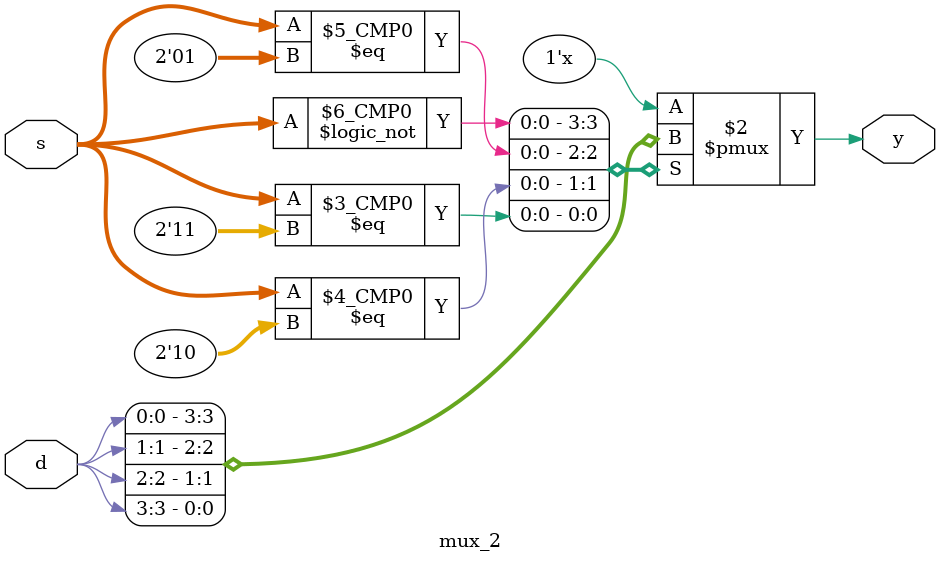
<source format=v>
`timescale 1ns / 1ps


module mux_2(
    input [3:0] d,
    input [1:0] s,
    output reg y
    );
    always@(*)
    begin
    case(s)
    2'b00:y=d[0];
    2'b01:y=d[1];
    2'b10:y=d[2];
    2'b11:y=d[3];
    endcase
    end
endmodule

</source>
